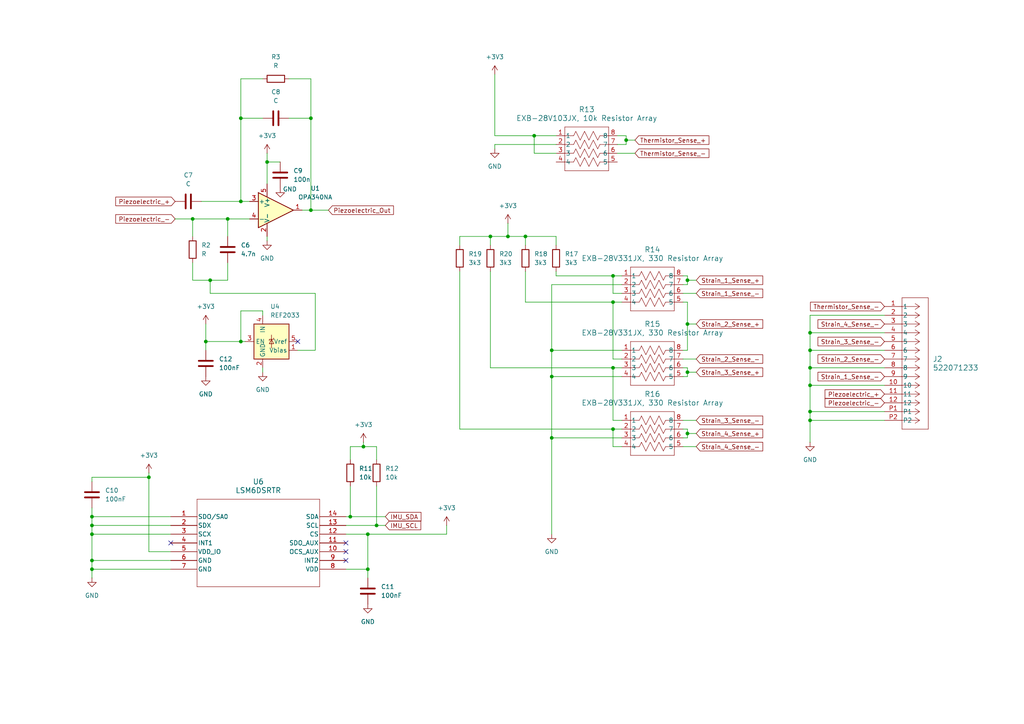
<source format=kicad_sch>
(kicad_sch (version 20231120) (generator "eeschema") (generator_version "8.0")
  (paper "A4")
  (lib_symbols
    (symbol "Amplifier_Operational:OPA340NA" (pin_names (offset 0.127))
      (property "Reference" "U" (at -1.27 6.35 0))
      (property "Value" "OPA340NA" (at -1.27 3.81 0))
      (symbol "OPA340NA_0_1"
        (polyline (pts (xy -5.08 5.08) (xy 5.08 0) (xy -5.08 -5.08) (xy -5.08 5.08)) (stroke (width 0.254)) (fill (type background)))
        (pin power_in line (at -2.54 -7.62 90) (length 3.81) (name "V-") (number "2"))
        (pin power_in line (at -2.54 7.62 270) (length 3.81) (name "V+") (number "5"))
      )
      (symbol "OPA340NA_1_1"
        (pin output line (at 7.62 0 180) (length 2.54) (name "~") (number "1"))
        (pin input line (at -7.62 2.54 0) (length 2.54) (name "+") (number "3"))
        (pin input line (at -7.62 -2.54 0) (length 2.54) (name "-") (number "4"))
      )
    )
    (symbol "Device:C" (pin_numbers hide) (pin_names (offset 0.254))
      (property "Reference" "C" (at 0.635 2.54 0))
      (property "Value" "C" (at 0.635 -2.54 0))
      (symbol "C_0_1"
        (polyline (pts (xy -2.032 -0.762) (xy 2.032 -0.762)) (stroke (width 0.508)))
        (polyline (pts (xy -2.032 0.762) (xy 2.032 0.762)) (stroke (width 0.508)))
      )
      (symbol "C_1_1"
        (pin passive line (at 0 3.81 270) (length 2.794) (name "~") (number "1"))
        (pin passive line (at 0 -3.81 90) (length 2.794) (name "~") (number "2"))
      )
    )
    (symbol "Device:R" (pin_numbers hide) (pin_names (offset 0))
      (property "Reference" "R" (at 2.032 0 90))
      (property "Value" "R" (at 0 0 90))
      (symbol "R_0_1"
        (rectangle (start -1.016 -2.54) (end 1.016 2.54) (stroke (width 0.254)))
      )
      (symbol "R_1_1"
        (pin passive line (at 0 3.81 270) (length 1.27) (name "~") (number "1"))
        (pin passive line (at 0 -3.81 90) (length 1.27) (name "~") (number "2"))
      )
    )
    (symbol "EXB-28V 0804 Resistor Array:EXB-28V103JX" (pin_names (offset 0.254))
      (property "Reference" "R" (at 8.382 9.144 0))
      (property "Value" "EXB-28V103JX" (at 8.89 5.588 0))
      (symbol "EXB-28V103JX_0_1"
        (polyline (pts (xy 2.54 -10.16) (xy 15.24 -10.16)) (stroke (width 0.127)))
        (polyline (pts (xy 2.54 -7.62) (xy 5.08 -7.62)) (stroke (width 0.127)))
        (polyline (pts (xy 2.54 -5.08) (xy 5.08 -5.08)) (stroke (width 0.127)))
        (polyline (pts (xy 2.54 -2.54) (xy 5.08 -2.54)) (stroke (width 0.127)))
        (polyline (pts (xy 2.54 0) (xy 5.08 0)) (stroke (width 0.127)))
        (polyline (pts (xy 2.54 2.54) (xy 2.54 -10.16)) (stroke (width 0.127)))
        (polyline (pts (xy 5.08 -7.62) (xy 5.715 -6.35)) (stroke (width 0.127)))
        (polyline (pts (xy 5.08 -5.08) (xy 5.715 -3.81)) (stroke (width 0.127)))
        (polyline (pts (xy 5.08 -2.54) (xy 5.715 -1.27)) (stroke (width 0.127)))
        (polyline (pts (xy 5.08 0) (xy 5.715 1.27)) (stroke (width 0.127)))
        (polyline (pts (xy 5.715 -6.35) (xy 6.985 -8.89)) (stroke (width 0.127)))
        (polyline (pts (xy 5.715 -3.81) (xy 6.985 -6.35)) (stroke (width 0.127)))
        (polyline (pts (xy 5.715 -1.27) (xy 6.985 -3.81)) (stroke (width 0.127)))
        (polyline (pts (xy 5.715 1.27) (xy 6.985 -1.27)) (stroke (width 0.127)))
        (polyline (pts (xy 6.985 -8.89) (xy 8.255 -6.35)) (stroke (width 0.127)))
        (polyline (pts (xy 6.985 -6.35) (xy 8.255 -3.81)) (stroke (width 0.127)))
        (polyline (pts (xy 6.985 -3.81) (xy 8.255 -1.27)) (stroke (width 0.127)))
        (polyline (pts (xy 6.985 -1.27) (xy 8.255 1.27)) (stroke (width 0.127)))
        (polyline (pts (xy 8.255 -6.35) (xy 9.525 -8.89)) (stroke (width 0.127)))
        (polyline (pts (xy 8.255 -3.81) (xy 9.525 -6.35)) (stroke (width 0.127)))
        (polyline (pts (xy 8.255 -1.27) (xy 9.525 -3.81)) (stroke (width 0.127)))
        (polyline (pts (xy 8.255 1.27) (xy 9.525 -1.27)) (stroke (width 0.127)))
        (polyline (pts (xy 9.525 -8.89) (xy 10.795 -6.35)) (stroke (width 0.127)))
        (polyline (pts (xy 9.525 -6.35) (xy 10.795 -3.81)) (stroke (width 0.127)))
        (polyline (pts (xy 9.525 -3.81) (xy 10.795 -1.27)) (stroke (width 0.127)))
        (polyline (pts (xy 9.525 -1.27) (xy 10.795 1.27)) (stroke (width 0.127)))
        (polyline (pts (xy 10.795 -6.35) (xy 12.065 -8.89)) (stroke (width 0.127)))
        (polyline (pts (xy 10.795 -3.81) (xy 12.065 -6.35)) (stroke (width 0.127)))
        (polyline (pts (xy 10.795 -1.27) (xy 12.065 -3.81)) (stroke (width 0.127)))
        (polyline (pts (xy 10.795 1.27) (xy 12.065 -1.27)) (stroke (width 0.127)))
        (polyline (pts (xy 12.065 -8.89) (xy 12.7 -7.62)) (stroke (width 0.127)))
        (polyline (pts (xy 12.065 -6.35) (xy 12.7 -5.08)) (stroke (width 0.127)))
        (polyline (pts (xy 12.065 -3.81) (xy 12.7 -2.54)) (stroke (width 0.127)))
        (polyline (pts (xy 12.065 -1.27) (xy 12.7 0)) (stroke (width 0.127)))
        (polyline (pts (xy 12.7 -7.62) (xy 15.24 -7.62)) (stroke (width 0.127)))
        (polyline (pts (xy 12.7 -5.08) (xy 15.24 -5.08)) (stroke (width 0.127)))
        (polyline (pts (xy 12.7 -2.54) (xy 15.24 -2.54)) (stroke (width 0.127)))
        (polyline (pts (xy 12.7 0) (xy 15.24 0)) (stroke (width 0.127)))
        (polyline (pts (xy 15.24 2.54) (xy 2.54 2.54)) (stroke (width 0.127)))
        (polyline (pts (xy 15.24 2.54) (xy 15.24 -10.16)) (stroke (width 0.127)))
        (pin unspecified line (at 0 0 0) (length 2.54) (name "1") (number "1"))
        (pin unspecified line (at 0 -2.54 0) (length 2.54) (name "2") (number "2"))
        (pin unspecified line (at 0 -5.08 0) (length 2.54) (name "3") (number "3"))
        (pin unspecified line (at 0 -7.62 0) (length 2.54) (name "4") (number "4"))
        (pin unspecified line (at 17.78 -7.62 180) (length 2.54) (name "5") (number "5"))
        (pin unspecified line (at 17.78 -5.08 180) (length 2.54) (name "6") (number "6"))
        (pin unspecified line (at 17.78 -2.54 180) (length 2.54) (name "7") (number "7"))
        (pin unspecified line (at 17.78 0 180) (length 2.54) (name "8") (number "8"))
      )
    )
    (symbol "LSM6DSR IMU:LSM6DSRTR" (pin_names (offset 0.254))
      (property "Reference" "U" (at 25.4 10.16 0))
      (property "Value" "LSM6DSRTR" (at 25.4 7.62 0))
      (symbol "LSM6DSRTR_0_1"
        (polyline (pts (xy 7.62 -20.32) (xy 43.18 -20.32)) (stroke (width 0.127)))
        (polyline (pts (xy 7.62 5.08) (xy 7.62 -20.32)) (stroke (width 0.127)))
        (polyline (pts (xy 43.18 -20.32) (xy 43.18 5.08)) (stroke (width 0.127)))
        (polyline (pts (xy 43.18 5.08) (xy 7.62 5.08)) (stroke (width 0.127)))
        (pin bidirectional line (at 0 0 0) (length 7.62) (name "SDO/SA0") (number "1"))
        (pin bidirectional line (at 50.8 -10.16 180) (length 7.62) (name "OCS_AUX") (number "10"))
        (pin bidirectional line (at 50.8 -7.62 180) (length 7.62) (name "SDO_AUX") (number "11"))
        (pin input line (at 50.8 -5.08 180) (length 7.62) (name "CS") (number "12"))
        (pin input line (at 50.8 -2.54 180) (length 7.62) (name "SCL") (number "13"))
        (pin bidirectional line (at 50.8 0 180) (length 7.62) (name "SDA") (number "14"))
        (pin bidirectional line (at 0 -2.54 0) (length 7.62) (name "SDX") (number "2"))
        (pin bidirectional line (at 0 -5.08 0) (length 7.62) (name "SCX") (number "3"))
        (pin output line (at 0 -7.62 0) (length 7.62) (name "INT1") (number "4"))
        (pin power_in line (at 0 -10.16 0) (length 7.62) (name "VDD_IO") (number "5"))
        (pin power_out line (at 0 -12.7 0) (length 7.62) (name "GND") (number "6"))
        (pin power_out line (at 0 -15.24 0) (length 7.62) (name "GND") (number "7"))
        (pin power_in line (at 50.8 -15.24 180) (length 7.62) (name "VDD") (number "8"))
        (pin output line (at 50.8 -12.7 180) (length 7.62) (name "INT2") (number "9"))
      )
    )
    (symbol "Reference_Voltage:REF2033"
      (property "Reference" "U?" (at 5.08 7.62 0))
      (property "Value" "REF2033" (at -2.54 7.62 0))
      (symbol "REF2033_0_1"
        (rectangle (start -5.08 5.08) (end 5.08 -5.08) (stroke (width 0.254)) (fill (type background)))
        (polyline (pts (xy 0 1.905) (xy 0 -1.905)))
        (polyline (pts (xy -0.635 -0.635) (xy 0.635 -0.635) (xy 0 0.635) (xy -0.635 -0.635)))
        (polyline (pts (xy 0.635 1.016) (xy 0.635 0.635) (xy -0.635 0.635) (xy -0.635 0.254)))
      )
      (symbol "REF2033_1_1"
        (pin output line (at 7.62 -2.54 180) (length 2.54) (name "Vbias") (number "1"))
        (pin power_in line (at -2.54 -7.62 90) (length 2.54) (name "GND") (number "2"))
        (pin input line (at -7.62 0 0) (length 2.54) (name "EN") (number "3"))
        (pin power_in line (at -2.54 7.62 270) (length 2.54) (name "IN") (number "4"))
        (pin output line (at 7.62 0 180) (length 2.54) (name "Vref") (number "5"))
      )
    )
    (symbol "Ribbon Cable Connector:522071233" (pin_names (offset 0.254))
      (property "Reference" "J" (at 8.89 6.35 0))
      (property "Value" "522071233" (at 0 0 0))
      (symbol "522071233_1_1"
        (polyline (pts (xy 5.08 -35.56) (xy 12.7 -35.56)) (stroke (width 0.127)))
        (polyline (pts (xy 5.08 2.54) (xy 5.08 -35.56)) (stroke (width 0.127)))
        (polyline (pts (xy 10.16 -33.02) (xy 5.08 -33.02)) (stroke (width 0.127)))
        (polyline (pts (xy 10.16 -33.02) (xy 8.89 -33.8667)) (stroke (width 0.127)))
        (polyline (pts (xy 10.16 -33.02) (xy 8.89 -32.1733)) (stroke (width 0.127)))
        (polyline (pts (xy 10.16 -30.48) (xy 5.08 -30.48)) (stroke (width 0.127)))
        (polyline (pts (xy 10.16 -30.48) (xy 8.89 -31.3267)) (stroke (width 0.127)))
        (polyline (pts (xy 10.16 -30.48) (xy 8.89 -29.6333)) (stroke (width 0.127)))
        (polyline (pts (xy 10.16 -27.94) (xy 5.08 -27.94)) (stroke (width 0.127)))
        (polyline (pts (xy 10.16 -27.94) (xy 8.89 -28.7867)) (stroke (width 0.127)))
        (polyline (pts (xy 10.16 -27.94) (xy 8.89 -27.0933)) (stroke (width 0.127)))
        (polyline (pts (xy 10.16 -25.4) (xy 5.08 -25.4)) (stroke (width 0.127)))
        (polyline (pts (xy 10.16 -25.4) (xy 8.89 -26.2467)) (stroke (width 0.127)))
        (polyline (pts (xy 10.16 -25.4) (xy 8.89 -24.5533)) (stroke (width 0.127)))
        (polyline (pts (xy 10.16 -22.86) (xy 5.08 -22.86)) (stroke (width 0.127)))
        (polyline (pts (xy 10.16 -22.86) (xy 8.89 -23.7067)) (stroke (width 0.127)))
        (polyline (pts (xy 10.16 -22.86) (xy 8.89 -22.0133)) (stroke (width 0.127)))
        (polyline (pts (xy 10.16 -20.32) (xy 5.08 -20.32)) (stroke (width 0.127)))
        (polyline (pts (xy 10.16 -20.32) (xy 8.89 -21.1667)) (stroke (width 0.127)))
        (polyline (pts (xy 10.16 -20.32) (xy 8.89 -19.4733)) (stroke (width 0.127)))
        (polyline (pts (xy 10.16 -17.78) (xy 5.08 -17.78)) (stroke (width 0.127)))
        (polyline (pts (xy 10.16 -17.78) (xy 8.89 -18.6267)) (stroke (width 0.127)))
        (polyline (pts (xy 10.16 -17.78) (xy 8.89 -16.9333)) (stroke (width 0.127)))
        (polyline (pts (xy 10.16 -15.24) (xy 5.08 -15.24)) (stroke (width 0.127)))
        (polyline (pts (xy 10.16 -15.24) (xy 8.89 -16.0867)) (stroke (width 0.127)))
        (polyline (pts (xy 10.16 -15.24) (xy 8.89 -14.3933)) (stroke (width 0.127)))
        (polyline (pts (xy 10.16 -12.7) (xy 5.08 -12.7)) (stroke (width 0.127)))
        (polyline (pts (xy 10.16 -12.7) (xy 8.89 -13.5467)) (stroke (width 0.127)))
        (polyline (pts (xy 10.16 -12.7) (xy 8.89 -11.8533)) (stroke (width 0.127)))
        (polyline (pts (xy 10.16 -10.16) (xy 5.08 -10.16)) (stroke (width 0.127)))
        (polyline (pts (xy 10.16 -10.16) (xy 8.89 -11.0067)) (stroke (width 0.127)))
        (polyline (pts (xy 10.16 -10.16) (xy 8.89 -9.3133)) (stroke (width 0.127)))
        (polyline (pts (xy 10.16 -7.62) (xy 5.08 -7.62)) (stroke (width 0.127)))
        (polyline (pts (xy 10.16 -7.62) (xy 8.89 -8.4667)) (stroke (width 0.127)))
        (polyline (pts (xy 10.16 -7.62) (xy 8.89 -6.7733)) (stroke (width 0.127)))
        (polyline (pts (xy 10.16 -5.08) (xy 5.08 -5.08)) (stroke (width 0.127)))
        (polyline (pts (xy 10.16 -5.08) (xy 8.89 -5.9267)) (stroke (width 0.127)))
        (polyline (pts (xy 10.16 -5.08) (xy 8.89 -4.2333)) (stroke (width 0.127)))
        (polyline (pts (xy 10.16 -2.54) (xy 5.08 -2.54)) (stroke (width 0.127)))
        (polyline (pts (xy 10.16 -2.54) (xy 8.89 -3.3867)) (stroke (width 0.127)))
        (polyline (pts (xy 10.16 -2.54) (xy 8.89 -1.6933)) (stroke (width 0.127)))
        (polyline (pts (xy 10.16 0) (xy 5.08 0)) (stroke (width 0.127)))
        (polyline (pts (xy 10.16 0) (xy 8.89 -0.8467)) (stroke (width 0.127)))
        (polyline (pts (xy 10.16 0) (xy 8.89 0.8467)) (stroke (width 0.127)))
        (polyline (pts (xy 12.7 -35.56) (xy 12.7 2.54)) (stroke (width 0.127)))
        (polyline (pts (xy 12.7 2.54) (xy 5.08 2.54)) (stroke (width 0.127)))
        (pin unspecified line (at 0 0 0) (length 5.08) (name "1") (number "1"))
        (pin unspecified line (at 0 -22.86 0) (length 5.08) (name "10") (number "10"))
        (pin unspecified line (at 0 -25.4 0) (length 5.08) (name "11") (number "11"))
        (pin unspecified line (at 0 -27.94 0) (length 5.08) (name "12") (number "12"))
        (pin unspecified line (at 0 -2.54 0) (length 5.08) (name "2") (number "2"))
        (pin unspecified line (at 0 -5.08 0) (length 5.08) (name "3") (number "3"))
        (pin unspecified line (at 0 -7.62 0) (length 5.08) (name "4") (number "4"))
        (pin unspecified line (at 0 -10.16 0) (length 5.08) (name "5") (number "5"))
        (pin unspecified line (at 0 -12.7 0) (length 5.08) (name "6") (number "6"))
        (pin unspecified line (at 0 -15.24 0) (length 5.08) (name "7") (number "7"))
        (pin unspecified line (at 0 -17.78 0) (length 5.08) (name "8") (number "8"))
        (pin unspecified line (at 0 -20.32 0) (length 5.08) (name "9") (number "9"))
        (pin unspecified line (at 0 -30.48 0) (length 5.08) (name "P1") (number "P1"))
        (pin unspecified line (at 0 -33.02 0) (length 5.08) (name "P2") (number "P2"))
      )
      (symbol "522071233_1_2"
        (polyline (pts (xy 5.08 -35.56) (xy 12.7 -35.56)) (stroke (width 0.127)))
        (polyline (pts (xy 5.08 2.54) (xy 5.08 -35.56)) (stroke (width 0.127)))
        (polyline (pts (xy 7.62 -33.02) (xy 5.08 -33.02)) (stroke (width 0.127)))
        (polyline (pts (xy 7.62 -33.02) (xy 8.89 -33.8667)) (stroke (width 0.127)))
        (polyline (pts (xy 7.62 -33.02) (xy 8.89 -32.1733)) (stroke (width 0.127)))
        (polyline (pts (xy 7.62 -30.48) (xy 5.08 -30.48)) (stroke (width 0.127)))
        (polyline (pts (xy 7.62 -30.48) (xy 8.89 -31.3267)) (stroke (width 0.127)))
        (polyline (pts (xy 7.62 -30.48) (xy 8.89 -29.6333)) (stroke (width 0.127)))
        (polyline (pts (xy 7.62 -27.94) (xy 5.08 -27.94)) (stroke (width 0.127)))
        (polyline (pts (xy 7.62 -27.94) (xy 8.89 -28.7867)) (stroke (width 0.127)))
        (polyline (pts (xy 7.62 -27.94) (xy 8.89 -27.0933)) (stroke (width 0.127)))
        (polyline (pts (xy 7.62 -25.4) (xy 5.08 -25.4)) (stroke (width 0.127)))
        (polyline (pts (xy 7.62 -25.4) (xy 8.89 -26.2467)) (stroke (width 0.127)))
        (polyline (pts (xy 7.62 -25.4) (xy 8.89 -24.5533)) (stroke (width 0.127)))
        (polyline (pts (xy 7.62 -22.86) (xy 5.08 -22.86)) (stroke (width 0.127)))
        (polyline (pts (xy 7.62 -22.86) (xy 8.89 -23.7067)) (stroke (width 0.127)))
        (polyline (pts (xy 7.62 -22.86) (xy 8.89 -22.0133)) (stroke (width 0.127)))
        (polyline (pts (xy 7.62 -20.32) (xy 5.08 -20.32)) (stroke (width 0.127)))
        (polyline (pts (xy 7.62 -20.32) (xy 8.89 -21.1667)) (stroke (width 0.127)))
        (polyline (pts (xy 7.62 -20.32) (xy 8.89 -19.4733)) (stroke (width 0.127)))
        (polyline (pts (xy 7.62 -17.78) (xy 5.08 -17.78)) (stroke (width 0.127)))
        (polyline (pts (xy 7.62 -17.78) (xy 8.89 -18.6267)) (stroke (width 0.127)))
        (polyline (pts (xy 7.62 -17.78) (xy 8.89 -16.9333)) (stroke (width 0.127)))
        (polyline (pts (xy 7.62 -15.24) (xy 5.08 -15.24)) (stroke (width 0.127)))
        (polyline (pts (xy 7.62 -15.24) (xy 8.89 -16.0867)) (stroke (width 0.127)))
        (polyline (pts (xy 7.62 -15.24) (xy 8.89 -14.3933)) (stroke (width 0.127)))
        (polyline (pts (xy 7.62 -12.7) (xy 5.08 -12.7)) (stroke (width 0.127)))
        (polyline (pts (xy 7.62 -12.7) (xy 8.89 -13.5467)) (stroke (width 0.127)))
        (polyline (pts (xy 7.62 -12.7) (xy 8.89 -11.8533)) (stroke (width 0.127)))
        (polyline (pts (xy 7.62 -10.16) (xy 5.08 -10.16)) (stroke (width 0.127)))
        (polyline (pts (xy 7.62 -10.16) (xy 8.89 -11.0067)) (stroke (width 0.127)))
        (polyline (pts (xy 7.62 -10.16) (xy 8.89 -9.3133)) (stroke (width 0.127)))
        (polyline (pts (xy 7.62 -7.62) (xy 5.08 -7.62)) (stroke (width 0.127)))
        (polyline (pts (xy 7.62 -7.62) (xy 8.89 -8.4667)) (stroke (width 0.127)))
        (polyline (pts (xy 7.62 -7.62) (xy 8.89 -6.7733)) (stroke (width 0.127)))
        (polyline (pts (xy 7.62 -5.08) (xy 5.08 -5.08)) (stroke (width 0.127)))
        (polyline (pts (xy 7.62 -5.08) (xy 8.89 -5.9267)) (stroke (width 0.127)))
        (polyline (pts (xy 7.62 -5.08) (xy 8.89 -4.2333)) (stroke (width 0.127)))
        (polyline (pts (xy 7.62 -2.54) (xy 5.08 -2.54)) (stroke (width 0.127)))
        (polyline (pts (xy 7.62 -2.54) (xy 8.89 -3.3867)) (stroke (width 0.127)))
        (polyline (pts (xy 7.62 -2.54) (xy 8.89 -1.6933)) (stroke (width 0.127)))
        (polyline (pts (xy 7.62 0) (xy 5.08 0)) (stroke (width 0.127)))
        (polyline (pts (xy 7.62 0) (xy 8.89 -0.8467)) (stroke (width 0.127)))
        (polyline (pts (xy 7.62 0) (xy 8.89 0.8467)) (stroke (width 0.127)))
        (polyline (pts (xy 12.7 -35.56) (xy 12.7 2.54)) (stroke (width 0.127)))
        (polyline (pts (xy 12.7 2.54) (xy 5.08 2.54)) (stroke (width 0.127)))
        (pin unspecified line (at 0 0 0) (length 5.08) (name "1") (number "1"))
        (pin unspecified line (at 0 -22.86 0) (length 5.08) (name "10") (number "10"))
        (pin unspecified line (at 0 -25.4 0) (length 5.08) (name "11") (number "11"))
        (pin unspecified line (at 0 -27.94 0) (length 5.08) (name "12") (number "12"))
        (pin unspecified line (at 0 -2.54 0) (length 5.08) (name "2") (number "2"))
        (pin unspecified line (at 0 -5.08 0) (length 5.08) (name "3") (number "3"))
        (pin unspecified line (at 0 -7.62 0) (length 5.08) (name "4") (number "4"))
        (pin unspecified line (at 0 -10.16 0) (length 5.08) (name "5") (number "5"))
        (pin unspecified line (at 0 -12.7 0) (length 5.08) (name "6") (number "6"))
        (pin unspecified line (at 0 -15.24 0) (length 5.08) (name "7") (number "7"))
        (pin unspecified line (at 0 -17.78 0) (length 5.08) (name "8") (number "8"))
        (pin unspecified line (at 0 -20.32 0) (length 5.08) (name "9") (number "9"))
        (pin unspecified line (at 0 -30.48 0) (length 5.08) (name "P1") (number "P1"))
        (pin unspecified line (at 0 -33.02 0) (length 5.08) (name "P2") (number "P2"))
      )
    )
    (symbol "power:+3V3" (power) (pin_numbers hide) (pin_names (offset 0) hide)
      (property "Value" "+3V3" (at 0 3.556 0))
      (symbol "+3V3_0_1"
        (polyline (pts (xy -0.762 1.27) (xy 0 2.54)))
        (polyline (pts (xy 0 0) (xy 0 2.54)))
        (polyline (pts (xy 0 2.54) (xy 0.762 1.27)))
      )
      (symbol "+3V3_1_1"
        (pin power_in line (at 0 0 90) (length 0) (name "~") (number "1"))
      )
    )
    (symbol "power:GND" (power) (pin_numbers hide) (pin_names (offset 0) hide)
      (property "Value" "GND" (at 0 -3.81 0))
      (symbol "GND_0_1"
        (polyline (pts (xy 0 0) (xy 0 -1.27) (xy 1.27 -1.27) (xy 0 -2.54) (xy -1.27 -1.27) (xy 0 -1.27)))
      )
      (symbol "GND_1_1"
        (pin power_in line (at 0 0 270) (length 0) (name "~") (number "1"))
      )
    )
  )
  (junction (at 177.8 106.68))
  (junction (at 26.67 152.4))
  (junction (at 160.02 127))
  (junction (at 26.67 162.56))
  (junction (at 90.17 34.29))
  (junction (at 234.95 119.38))
  (junction (at 154.94 39.37))
  (junction (at 66.04 63.5))
  (junction (at 234.95 121.92))
  (junction (at 101.6 149.86))
  (junction (at 69.85 34.29))
  (junction (at 147.32 68.58))
  (junction (at 199.39 93.98))
  (junction (at 199.39 125.73))
  (junction (at 234.95 106.68))
  (junction (at 26.67 149.86))
  (junction (at 106.68 154.94))
  (junction (at 69.85 58.42))
  (junction (at 55.88 63.5))
  (junction (at 60.96 81.28))
  (junction (at 106.68 165.1))
  (junction (at 69.85 99.06))
  (junction (at 160.02 101.6))
  (junction (at 26.67 165.1))
  (junction (at 109.22 152.4))
  (junction (at 90.17 60.96))
  (junction (at 77.47 46.99))
  (junction (at 160.02 109.22))
  (junction (at 26.67 154.94))
  (junction (at 177.8 87.63))
  (junction (at 199.39 107.95))
  (junction (at 181.61 40.64))
  (junction (at 234.95 111.76))
  (junction (at 234.95 101.6))
  (junction (at 234.95 96.52))
  (junction (at 142.24 68.58))
  (junction (at 59.69 99.06))
  (junction (at 152.4 68.58))
  (junction (at 177.8 124.46))
  (junction (at 43.18 138.43))
  (junction (at 177.8 80.01))
  (junction (at 105.41 129.54))
  (junction (at 199.39 81.28))
  (no_connect (at 100.33 162.56))
  (no_connect (at 49.53 157.48))
  (no_connect (at 100.33 157.48))
  (no_connect (at 100.33 160.02))
  (no_connect (at 86.36 99.06))
  (wire (pts (xy 55.88 81.28) (xy 55.88 76.2)))
  (wire (pts (xy 77.47 46.99) (xy 77.47 53.34)))
  (wire (pts (xy 106.68 165.1) (xy 100.33 165.1)))
  (wire (pts (xy 199.39 109.22) (xy 198.12 109.22)))
  (wire (pts (xy 66.04 63.5) (xy 72.39 63.5)))
  (wire (pts (xy 180.34 82.55) (xy 160.02 82.55)))
  (wire (pts (xy 69.85 99.06) (xy 69.85 90.17)))
  (wire (pts (xy 77.47 46.99) (xy 81.28 46.99)))
  (wire (pts (xy 198.12 85.09) (xy 201.93 85.09)))
  (wire (pts (xy 180.34 121.92) (xy 177.8 121.92)))
  (wire (pts (xy 106.68 154.94) (xy 106.68 165.1)))
  (wire (pts (xy 76.2 22.86) (xy 69.85 22.86)))
  (wire (pts (xy 101.6 129.54) (xy 105.41 129.54)))
  (wire (pts (xy 90.17 60.96) (xy 87.63 60.96)))
  (wire (pts (xy 199.39 124.46) (xy 199.39 125.73)))
  (wire (pts (xy 161.29 80.01) (xy 177.8 80.01)))
  (wire (pts (xy 198.12 82.55) (xy 199.39 82.55)))
  (wire (pts (xy 143.51 41.91) (xy 143.51 43.18)))
  (wire (pts (xy 101.6 133.35) (xy 101.6 129.54)))
  (wire (pts (xy 91.44 85.09) (xy 60.96 85.09)))
  (wire (pts (xy 49.53 162.56) (xy 26.67 162.56)))
  (wire (pts (xy 109.22 129.54) (xy 105.41 129.54)))
  (wire (pts (xy 201.93 121.92) (xy 198.12 121.92)))
  (wire (pts (xy 86.36 101.6) (xy 91.44 101.6)))
  (wire (pts (xy 66.04 76.2) (xy 66.04 81.28)))
  (wire (pts (xy 147.32 68.58) (xy 152.4 68.58)))
  (wire (pts (xy 160.02 127) (xy 160.02 154.94)))
  (wire (pts (xy 26.67 138.43) (xy 43.18 138.43)))
  (wire (pts (xy 76.2 34.29) (xy 69.85 34.29)))
  (wire (pts (xy 160.02 101.6) (xy 180.34 101.6)))
  (wire (pts (xy 152.4 87.63) (xy 152.4 78.74)))
  (wire (pts (xy 152.4 71.12) (xy 152.4 68.58)))
  (wire (pts (xy 160.02 109.22) (xy 180.34 109.22)))
  (wire (pts (xy 152.4 87.63) (xy 177.8 87.63)))
  (wire (pts (xy 69.85 58.42) (xy 72.39 58.42)))
  (wire (pts (xy 234.95 101.6) (xy 234.95 96.52)))
  (wire (pts (xy 177.8 121.92) (xy 177.8 106.68)))
  (wire (pts (xy 76.2 90.17) (xy 76.2 91.44)))
  (wire (pts (xy 199.39 87.63) (xy 199.39 93.98)))
  (wire (pts (xy 26.67 152.4) (xy 49.53 152.4)))
  (wire (pts (xy 71.12 99.06) (xy 69.85 99.06)))
  (wire (pts (xy 199.39 107.95) (xy 201.93 107.95)))
  (wire (pts (xy 179.07 39.37) (xy 181.61 39.37)))
  (wire (pts (xy 133.35 124.46) (xy 177.8 124.46)))
  (wire (pts (xy 26.67 147.32) (xy 26.67 149.86)))
  (wire (pts (xy 55.88 63.5) (xy 66.04 63.5)))
  (wire (pts (xy 26.67 138.43) (xy 26.67 139.7)))
  (wire (pts (xy 77.47 69.85) (xy 77.47 68.58)))
  (wire (pts (xy 59.69 99.06) (xy 69.85 99.06)))
  (wire (pts (xy 199.39 106.68) (xy 199.39 107.95)))
  (wire (pts (xy 109.22 152.4) (xy 100.33 152.4)))
  (wire (pts (xy 50.8 63.5) (xy 55.88 63.5)))
  (wire (pts (xy 106.68 167.64) (xy 106.68 165.1)))
  (wire (pts (xy 69.85 22.86) (xy 69.85 34.29)))
  (wire (pts (xy 234.95 111.76) (xy 234.95 119.38)))
  (wire (pts (xy 142.24 71.12) (xy 142.24 68.58)))
  (wire (pts (xy 101.6 140.97) (xy 101.6 149.86)))
  (wire (pts (xy 26.67 154.94) (xy 26.67 162.56)))
  (wire (pts (xy 69.85 34.29) (xy 69.85 58.42)))
  (wire (pts (xy 77.47 44.45) (xy 77.47 46.99)))
  (wire (pts (xy 234.95 106.68) (xy 256.54 106.68)))
  (wire (pts (xy 43.18 137.16) (xy 43.18 138.43)))
  (wire (pts (xy 100.33 154.94) (xy 106.68 154.94)))
  (wire (pts (xy 198.12 80.01) (xy 199.39 80.01)))
  (wire (pts (xy 234.95 121.92) (xy 256.54 121.92)))
  (wire (pts (xy 43.18 138.43) (xy 43.18 160.02)))
  (wire (pts (xy 26.67 152.4) (xy 26.67 154.94)))
  (wire (pts (xy 69.85 90.17) (xy 76.2 90.17)))
  (wire (pts (xy 105.41 128.27) (xy 105.41 129.54)))
  (wire (pts (xy 234.95 91.44) (xy 256.54 91.44)))
  (wire (pts (xy 234.95 96.52) (xy 234.95 91.44)))
  (wire (pts (xy 154.94 39.37) (xy 161.29 39.37)))
  (wire (pts (xy 199.39 101.6) (xy 199.39 93.98)))
  (wire (pts (xy 160.02 82.55) (xy 160.02 101.6)))
  (wire (pts (xy 199.39 81.28) (xy 201.93 81.28)))
  (wire (pts (xy 26.67 165.1) (xy 26.67 167.64)))
  (wire (pts (xy 59.69 101.6) (xy 59.69 99.06)))
  (wire (pts (xy 177.8 104.14) (xy 177.8 87.63)))
  (wire (pts (xy 234.95 96.52) (xy 256.54 96.52)))
  (wire (pts (xy 234.95 121.92) (xy 234.95 128.27)))
  (wire (pts (xy 181.61 39.37) (xy 181.61 40.64)))
  (wire (pts (xy 199.39 107.95) (xy 199.39 109.22)))
  (wire (pts (xy 199.39 87.63) (xy 198.12 87.63)))
  (wire (pts (xy 199.39 125.73) (xy 201.93 125.73)))
  (wire (pts (xy 234.95 106.68) (xy 234.95 101.6)))
  (wire (pts (xy 101.6 149.86) (xy 100.33 149.86)))
  (wire (pts (xy 26.67 149.86) (xy 26.67 152.4)))
  (wire (pts (xy 129.54 152.4) (xy 129.54 154.94)))
  (wire (pts (xy 161.29 68.58) (xy 152.4 68.58)))
  (wire (pts (xy 177.8 87.63) (xy 180.34 87.63)))
  (wire (pts (xy 83.82 34.29) (xy 90.17 34.29)))
  (wire (pts (xy 26.67 154.94) (xy 49.53 154.94)))
  (wire (pts (xy 179.07 41.91) (xy 181.61 41.91)))
  (wire (pts (xy 161.29 41.91) (xy 143.51 41.91)))
  (wire (pts (xy 58.42 58.42) (xy 69.85 58.42)))
  (wire (pts (xy 180.34 129.54) (xy 177.8 129.54)))
  (wire (pts (xy 179.07 44.45) (xy 184.15 44.45)))
  (wire (pts (xy 160.02 109.22) (xy 160.02 127)))
  (wire (pts (xy 161.29 71.12) (xy 161.29 68.58)))
  (wire (pts (xy 198.12 124.46) (xy 199.39 124.46)))
  (wire (pts (xy 109.22 140.97) (xy 109.22 152.4)))
  (wire (pts (xy 142.24 106.68) (xy 177.8 106.68)))
  (wire (pts (xy 49.53 160.02) (xy 43.18 160.02)))
  (wire (pts (xy 198.12 106.68) (xy 199.39 106.68)))
  (wire (pts (xy 133.35 68.58) (xy 142.24 68.58)))
  (wire (pts (xy 147.32 68.58) (xy 147.32 64.77)))
  (wire (pts (xy 234.95 119.38) (xy 234.95 121.92)))
  (wire (pts (xy 76.2 107.95) (xy 76.2 106.68)))
  (wire (pts (xy 142.24 78.74) (xy 142.24 106.68)))
  (wire (pts (xy 234.95 111.76) (xy 256.54 111.76)))
  (wire (pts (xy 90.17 34.29) (xy 90.17 60.96)))
  (wire (pts (xy 60.96 81.28) (xy 66.04 81.28)))
  (wire (pts (xy 55.88 81.28) (xy 60.96 81.28)))
  (wire (pts (xy 199.39 80.01) (xy 199.39 81.28)))
  (wire (pts (xy 111.76 149.86) (xy 101.6 149.86)))
  (wire (pts (xy 177.8 129.54) (xy 177.8 124.46)))
  (wire (pts (xy 133.35 78.74) (xy 133.35 124.46)))
  (wire (pts (xy 55.88 63.5) (xy 55.88 68.58)))
  (wire (pts (xy 83.82 22.86) (xy 90.17 22.86)))
  (wire (pts (xy 199.39 125.73) (xy 199.39 127)))
  (wire (pts (xy 49.53 165.1) (xy 26.67 165.1)))
  (wire (pts (xy 160.02 101.6) (xy 160.02 109.22)))
  (wire (pts (xy 201.93 104.14) (xy 198.12 104.14)))
  (wire (pts (xy 66.04 68.58) (xy 66.04 63.5)))
  (wire (pts (xy 111.76 152.4) (xy 109.22 152.4)))
  (wire (pts (xy 161.29 78.74) (xy 161.29 80.01)))
  (wire (pts (xy 201.93 129.54) (xy 198.12 129.54)))
  (wire (pts (xy 109.22 133.35) (xy 109.22 129.54)))
  (wire (pts (xy 199.39 81.28) (xy 199.39 82.55)))
  (wire (pts (xy 177.8 80.01) (xy 180.34 80.01)))
  (wire (pts (xy 26.67 162.56) (xy 26.67 165.1)))
  (wire (pts (xy 133.35 71.12) (xy 133.35 68.58)))
  (wire (pts (xy 180.34 104.14) (xy 177.8 104.14)))
  (wire (pts (xy 90.17 22.86) (xy 90.17 34.29)))
  (wire (pts (xy 177.8 85.09) (xy 177.8 80.01)))
  (wire (pts (xy 143.51 39.37) (xy 154.94 39.37)))
  (wire (pts (xy 91.44 101.6) (xy 91.44 85.09)))
  (wire (pts (xy 198.12 127) (xy 199.39 127)))
  (wire (pts (xy 143.51 21.59) (xy 143.51 39.37)))
  (wire (pts (xy 234.95 101.6) (xy 256.54 101.6)))
  (wire (pts (xy 142.24 68.58) (xy 147.32 68.58)))
  (wire (pts (xy 181.61 40.64) (xy 184.15 40.64)))
  (wire (pts (xy 180.34 85.09) (xy 177.8 85.09)))
  (wire (pts (xy 26.67 149.86) (xy 49.53 149.86)))
  (wire (pts (xy 177.8 124.46) (xy 180.34 124.46)))
  (wire (pts (xy 160.02 127) (xy 180.34 127)))
  (wire (pts (xy 154.94 44.45) (xy 154.94 39.37)))
  (wire (pts (xy 161.29 44.45) (xy 154.94 44.45)))
  (wire (pts (xy 201.93 93.98) (xy 199.39 93.98)))
  (wire (pts (xy 234.95 119.38) (xy 256.54 119.38)))
  (wire (pts (xy 198.12 101.6) (xy 199.39 101.6)))
  (wire (pts (xy 106.68 154.94) (xy 129.54 154.94)))
  (wire (pts (xy 234.95 111.76) (xy 234.95 106.68)))
  (wire (pts (xy 177.8 106.68) (xy 180.34 106.68)))
  (wire (pts (xy 90.17 60.96) (xy 95.25 60.96)))
  (wire (pts (xy 60.96 85.09) (xy 60.96 81.28)))
  (wire (pts (xy 59.69 93.98) (xy 59.69 99.06)))
  (wire (pts (xy 181.61 40.64) (xy 181.61 41.91)))
  (global_label "Strain_2_Sense_-" (shape input) (at 201.93 104.14 0) (property "Intersheetrefs" "${INTERSHEET_REFS}" (effects (hide yes))))
  (global_label "Strain_2_Sense_-" (shape input) (at 256.54 104.14 180) (property "Intersheetrefs" "${INTERSHEET_REFS}" (effects (hide yes))))
  (global_label "Piezoelectric_-" (shape input) (at 50.8 63.5 180) (property "Intersheetrefs" "${INTERSHEET_REFS}" (effects (hide yes))))
  (global_label "Strain_1_Sense_-" (shape input) (at 201.93 85.09 0) (property "Intersheetrefs" "${INTERSHEET_REFS}" (effects (hide yes))))
  (global_label "Strain_3_Sense_-" (shape input) (at 201.93 121.92 0) (property "Intersheetrefs" "${INTERSHEET_REFS}" (effects (hide yes))))
  (global_label "IMU_SDA" (shape input) (at 111.76 149.86 0) (property "Intersheetrefs" "${INTERSHEET_REFS}" (effects (hide yes))))
  (global_label "IMU_SCL" (shape input) (at 111.76 152.4 0) (property "Intersheetrefs" "${INTERSHEET_REFS}" (effects (hide yes))))
  (global_label "Thermistor_Sense_-" (shape input) (at 256.54 88.9 180) (property "Intersheetrefs" "${INTERSHEET_REFS}" (effects (hide yes))))
  (global_label "Piezoelectric_+" (shape input) (at 256.54 114.3 180) (property "Intersheetrefs" "${INTERSHEET_REFS}" (effects (hide yes))))
  (global_label "Piezoelectric_+" (shape input) (at 50.8 58.42 180) (property "Intersheetrefs" "${INTERSHEET_REFS}" (effects (hide yes))))
  (global_label "Piezoelectric_-" (shape input) (at 256.54 116.84 180) (property "Intersheetrefs" "${INTERSHEET_REFS}" (effects (hide yes))))
  (global_label "Strain_1_Sense_+" (shape input) (at 201.93 81.28 0) (property "Intersheetrefs" "${INTERSHEET_REFS}" (effects (hide yes))))
  (global_label "Thermistor_Sense_-" (shape input) (at 184.15 44.45 0) (property "Intersheetrefs" "${INTERSHEET_REFS}" (effects (hide yes))))
  (global_label "Strain_3_Sense_+" (shape input) (at 201.93 107.95 0) (property "Intersheetrefs" "${INTERSHEET_REFS}" (effects (hide yes))))
  (global_label "Strain_4_Sense_-" (shape input) (at 256.54 93.98 180) (property "Intersheetrefs" "${INTERSHEET_REFS}" (effects (hide yes))))
  (global_label "Strain_2_Sense_+" (shape input) (at 201.93 93.98 0) (property "Intersheetrefs" "${INTERSHEET_REFS}" (effects (hide yes))))
  (global_label "Strain_4_Sense_+" (shape input) (at 201.93 125.73 0) (property "Intersheetrefs" "${INTERSHEET_REFS}" (effects (hide yes))))
  (global_label "Piezoelectric_Out" (shape input) (at 95.25 60.96 0) (property "Intersheetrefs" "${INTERSHEET_REFS}" (effects (hide yes))))
  (global_label "Thermistor_Sense_+" (shape input) (at 184.15 40.64 0) (property "Intersheetrefs" "${INTERSHEET_REFS}" (effects (hide yes))))
  (global_label "Strain_4_Sense_-" (shape input) (at 201.93 129.54 0) (property "Intersheetrefs" "${INTERSHEET_REFS}" (effects (hide yes))))
  (global_label "Strain_3_Sense_-" (shape input) (at 256.54 99.06 180) (property "Intersheetrefs" "${INTERSHEET_REFS}" (effects (hide yes))))
  (global_label "Strain_1_Sense_-" (shape input) (at 256.54 109.22 180) (property "Intersheetrefs" "${INTERSHEET_REFS}" (effects (hide yes))))
  (symbol (lib_id "power:GND") (at 59.69 109.22 0) (unit 1)
    (property "Reference" "#PWR036" (effects (hide yes)))
    (property "Value" "GND" (at 59.69 114.3 0))
    (property "Description" "Power symbol creates a global label with name \"GND\" , ground" (effects (hide yes)))
  )
  (symbol (lib_id "Device:R") (at 142.24 74.93 0) (unit 1)
    (property "Reference" "R20" (at 144.78 73.6599 0) (effects (justify left)))
    (property "Value" "3k3" (at 144.78 76.1999 0) (effects (justify left)))
    (property "Footprint" "Resistor_SMD:R_0402_1005Metric_Pad0.72x0.64mm_HandSolder" (effects (hide yes)))
    (property "Description" "Resistor" (effects (hide yes)))
  )
  (symbol (lib_id "Device:C") (at 80.01 34.29 90) (unit 1)
    (property "Reference" "C8" (at 80.01 26.67 90))
    (property "Value" "C" (at 80.01 29.21 90))
    (property "Footprint" "Capacitor_SMD:C_0402_1005Metric_Pad0.74x0.62mm_HandSolder" (effects (hide yes)))
    (property "Description" "Unpolarized capacitor" (effects (hide yes)))
  )
  (symbol (lib_id "power:GND") (at 234.95 128.27 0) (unit 1)
    (property "Reference" "#PWR048" (effects (hide yes)))
    (property "Value" "GND" (at 234.95 133.35 0))
    (property "Description" "Power symbol creates a global label with name \"GND\" , ground" (effects (hide yes)))
  )
  (symbol (lib_id "power:+3V3") (at 143.51 21.59 0) (unit 1)
    (property "Reference" "#PWR038" (effects (hide yes)))
    (property "Value" "+3V3" (at 143.51 16.51 0))
    (property "Description" "Power symbol creates a global label with name \"+3V3\"" (effects (hide yes)))
  )
  (symbol (lib_id "power:GND") (at 143.51 43.18 0) (unit 1)
    (property "Reference" "#PWR039" (effects (hide yes)))
    (property "Value" "GND" (at 143.51 48.26 0))
    (property "Description" "Power symbol creates a global label with name \"GND\" , ground" (effects (hide yes)))
  )
  (symbol (lib_id "Device:R") (at 161.29 74.93 0) (unit 1)
    (property "Reference" "R17" (at 163.83 73.6599 0) (effects (justify left)))
    (property "Value" "3k3" (at 163.83 76.1999 0) (effects (justify left)))
    (property "Footprint" "Resistor_SMD:R_0402_1005Metric_Pad0.72x0.64mm_HandSolder" (effects (hide yes)))
    (property "Description" "Resistor" (effects (hide yes)))
  )
  (symbol (lib_id "power:GND") (at 106.68 175.26 0) (unit 1)
    (property "Reference" "#PWR034" (effects (hide yes)))
    (property "Value" "GND" (at 106.68 180.34 0))
    (property "Description" "Power symbol creates a global label with name \"GND\" , ground" (effects (hide yes)))
  )
  (symbol (lib_id "Ribbon Cable Connector:522071233") (at 256.54 88.9 0) (unit 1)
    (property "Reference" "J2" (at 270.51 104.1399 0) (effects (font (size 1.524 1.524)) (justify left)))
    (property "Value" "522071233" (at 270.51 106.6799 0) (effects (font (size 1.524 1.524)) (justify left)))
    (property "Footprint" "Ribbon Cable Connector:CON_522071233_MOL" (effects (hide yes)))
    (property "Datasheet" "522071233" (effects (hide yes)))
  )
  (symbol (lib_id "Device:R") (at 101.6 137.16 0) (unit 1)
    (property "Reference" "R11" (at 104.14 135.8899 0) (effects (justify left)))
    (property "Value" "10k" (at 104.14 138.4299 0) (effects (justify left)))
    (property "Footprint" "Resistor_SMD:R_0402_1005Metric_Pad0.72x0.64mm_HandSolder" (effects (hide yes)))
    (property "Description" "Resistor" (effects (hide yes)))
  )
  (symbol (lib_id "EXB-28V 0804 Resistor Array:EXB-28V103JX") (at 161.29 39.37 0) (unit 1)
    (property "Reference" "R13" (at 170.18 31.75 0) (effects (font (size 1.524 1.524))))
    (property "Value" "EXB-28V103JX, 10k Resistor Array" (at 170.18 34.29 0) (effects (font (size 1.524 1.524))))
    (property "Footprint" "EXB-28V 0804 Resistor Array:EXB28V_PAN" (effects (hide yes)))
    (property "Datasheet" "EXB-28V103JX" (effects (hide yes)))
  )
  (symbol (lib_id "power:GND") (at 77.47 69.85 0) (unit 1)
    (property "Reference" "#PWR028" (effects (hide yes)))
    (property "Value" "GND" (at 77.47 74.93 0))
    (property "Description" "Power symbol creates a global label with name \"GND\" , ground" (effects (hide yes)))
  )
  (symbol (lib_id "Device:R") (at 152.4 74.93 0) (unit 1)
    (property "Reference" "R18" (at 154.94 73.6599 0) (effects (justify left)))
    (property "Value" "3k3" (at 154.94 76.1999 0) (effects (justify left)))
    (property "Footprint" "Resistor_SMD:R_0402_1005Metric_Pad0.72x0.64mm_HandSolder" (effects (hide yes)))
    (property "Description" "Resistor" (effects (hide yes)))
  )
  (symbol (lib_id "Device:R") (at 109.22 137.16 0) (unit 1)
    (property "Reference" "R12" (at 111.76 135.8899 0) (effects (justify left)))
    (property "Value" "10k" (at 111.76 138.4299 0) (effects (justify left)))
    (property "Footprint" "Resistor_SMD:R_0402_1005Metric_Pad0.72x0.64mm_HandSolder" (effects (hide yes)))
    (property "Description" "Resistor" (effects (hide yes)))
  )
  (symbol (lib_id "Device:C") (at 81.28 50.8 0) (unit 1)
    (property "Reference" "C9" (at 85.09 49.5299 0) (effects (justify left)))
    (property "Value" "100n" (at 85.09 52.0699 0) (effects (justify left)))
    (property "Footprint" "Capacitor_SMD:C_0402_1005Metric_Pad0.74x0.62mm_HandSolder" (effects (hide yes)))
    (property "Description" "Unpolarized capacitor" (effects (hide yes)))
  )
  (symbol (lib_id "Device:C") (at 54.61 58.42 90) (unit 1)
    (property "Reference" "C7" (at 54.61 50.8 90))
    (property "Value" "C" (at 54.61 53.34 90))
    (property "Footprint" "Capacitor_SMD:C_0402_1005Metric_Pad0.74x0.62mm_HandSolder" (effects (hide yes)))
    (property "Description" "Unpolarized capacitor" (effects (hide yes)))
  )
  (symbol (lib_id "Amplifier_Operational:OPA340NA") (at 80.01 60.96 0) (unit 1)
    (property "Reference" "U1" (at 91.44 54.6414 0))
    (property "Value" "OPA340NA" (at 91.44 57.1814 0))
    (property "Footprint" "Package_TO_SOT_SMD:SOT-23-5" (effects (hide yes)))
    (property "Datasheet" "http://www.ti.com/lit/ds/symlink/opa340.pdf" (effects (hide yes)))
    (property "Description" "Single Single-Supply, Rail-to-Rail Operational Amplifier, MicroAmplifier Series, SOT-23-5" (effects (hide yes)))
  )
  (symbol (lib_id "power:+3V3") (at 43.18 137.16 0) (unit 1)
    (property "Reference" "#PWR033" (effects (hide yes)))
    (property "Value" "+3V3" (at 43.18 132.08 0))
    (property "Description" "Power symbol creates a global label with name \"+3V3\"" (effects (hide yes)))
  )
  (symbol (lib_id "Device:R") (at 55.88 72.39 0) (unit 1)
    (property "Reference" "R2" (at 58.42 71.1199 0) (effects (justify left)))
    (property "Value" "R" (at 58.42 73.6599 0) (effects (justify left)))
    (property "Footprint" "Resistor_SMD:R_0402_1005Metric_Pad0.72x0.64mm_HandSolder" (effects (hide yes)))
    (property "Description" "Resistor" (effects (hide yes)))
  )
  (symbol (lib_id "Device:R") (at 133.35 74.93 0) (unit 1)
    (property "Reference" "R19" (at 135.89 73.6599 0) (effects (justify left)))
    (property "Value" "3k3" (at 135.89 76.1999 0) (effects (justify left)))
    (property "Footprint" "Resistor_SMD:R_0402_1005Metric_Pad0.72x0.64mm_HandSolder" (effects (hide yes)))
    (property "Description" "Resistor" (effects (hide yes)))
  )
  (symbol (lib_id "power:GND") (at 26.67 167.64 0) (unit 1)
    (property "Reference" "#PWR032" (effects (hide yes)))
    (property "Value" "GND" (at 26.67 172.72 0))
    (property "Description" "Power symbol creates a global label with name \"GND\" , ground" (effects (hide yes)))
  )
  (symbol (lib_id "power:+3V3") (at 129.54 152.4 0) (unit 1)
    (property "Reference" "#PWR035" (effects (hide yes)))
    (property "Value" "+3V3" (at 129.54 147.32 0))
    (property "Description" "Power symbol creates a global label with name \"+3V3\"" (effects (hide yes)))
  )
  (symbol (lib_id "Device:C") (at 106.68 171.45 0) (unit 1)
    (property "Reference" "C11" (at 110.49 170.1799 0) (effects (justify left)))
    (property "Value" "100nF" (at 110.49 172.7199 0) (effects (justify left)))
    (property "Footprint" "Capacitor_SMD:C_0402_1005Metric_Pad0.74x0.62mm_HandSolder" (effects (hide yes)))
    (property "Description" "Unpolarized capacitor" (effects (hide yes)))
  )
  (symbol (lib_id "Device:C") (at 26.67 143.51 0) (unit 1)
    (property "Reference" "C10" (at 30.48 142.2399 0) (effects (justify left)))
    (property "Value" "100nF" (at 30.48 144.7799 0) (effects (justify left)))
    (property "Footprint" "Capacitor_SMD:C_0402_1005Metric_Pad0.74x0.62mm_HandSolder" (effects (hide yes)))
    (property "Description" "Unpolarized capacitor" (effects (hide yes)))
  )
  (symbol (lib_id "EXB-28V 0804 Resistor Array:EXB-28V103JX") (at 180.34 80.01 0) (unit 1)
    (property "Reference" "R14" (at 189.23 72.39 0) (effects (font (size 1.524 1.524))))
    (property "Value" "EXB-28V331JX, 330 Resistor Array" (at 189.23 74.93 0) (effects (font (size 1.524 1.524))))
    (property "Footprint" "EXB-28V 0804 Resistor Array:EXB28V_PAN" (effects (hide yes)))
    (property "Datasheet" "EXB-28V103JX" (effects (hide yes)))
  )
  (symbol (lib_id "power:+3V3") (at 147.32 64.77 0) (unit 1)
    (property "Reference" "#PWR07" (effects (hide yes)))
    (property "Value" "+3V3" (at 147.32 59.69 0))
    (property "Description" "Power symbol creates a global label with name \"+3V3\"" (effects (hide yes)))
  )
  (symbol (lib_id "power:GND") (at 81.28 54.61 0) (unit 1)
    (property "Reference" "#PWR029" (effects (hide yes)))
    (property "Value" "GND" (at 84.074 54.864 0))
    (property "Description" "Power symbol creates a global label with name \"GND\" , ground" (effects (hide yes)))
  )
  (symbol (lib_id "power:GND") (at 76.2 107.95 0) (unit 1)
    (property "Reference" "#PWR031" (effects (hide yes)))
    (property "Value" "GND" (at 76.2 113.03 0))
    (property "Description" "Power symbol creates a global label with name \"GND\" , ground" (effects (hide yes)))
  )
  (symbol (lib_id "Device:C") (at 59.69 105.41 0) (unit 1)
    (property "Reference" "C12" (at 63.5 104.1399 0) (effects (justify left)))
    (property "Value" "100nF" (at 63.5 106.6799 0) (effects (justify left)))
    (property "Footprint" "Capacitor_SMD:C_0402_1005Metric_Pad0.74x0.62mm_HandSolder" (effects (hide yes)))
    (property "Description" "Unpolarized capacitor" (effects (hide yes)))
  )
  (symbol (lib_id "Device:C") (at 66.04 72.39 0) (unit 1)
    (property "Reference" "C6" (at 69.85 71.1199 0) (effects (justify left)))
    (property "Value" "4.7n" (at 69.85 73.6599 0) (effects (justify left)))
    (property "Footprint" "Capacitor_SMD:C_0402_1005Metric_Pad0.74x0.62mm_HandSolder" (effects (hide yes)))
    (property "Description" "Unpolarized capacitor" (effects (hide yes)))
  )
  (symbol (lib_id "power:GND") (at 160.02 154.94 0) (unit 1)
    (property "Reference" "#PWR017" (effects (hide yes)))
    (property "Value" "GND" (at 160.02 160.02 0))
    (property "Description" "Power symbol creates a global label with name \"GND\" , ground" (effects (hide yes)))
  )
  (symbol (lib_id "EXB-28V 0804 Resistor Array:EXB-28V103JX") (at 180.34 101.6 0) (unit 1)
    (property "Reference" "R15" (at 189.23 93.98 0) (effects (font (size 1.524 1.524))))
    (property "Value" "EXB-28V331JX, 330 Resistor Array" (at 189.23 96.52 0) (effects (font (size 1.524 1.524))))
    (property "Footprint" "EXB-28V 0804 Resistor Array:EXB28V_PAN" (effects (hide yes)))
    (property "Datasheet" "EXB-28V103JX" (effects (hide yes)))
  )
  (symbol (lib_id "EXB-28V 0804 Resistor Array:EXB-28V103JX") (at 180.34 121.92 0) (unit 1)
    (property "Reference" "R16" (at 189.23 114.3 0) (effects (font (size 1.524 1.524))))
    (property "Value" "EXB-28V331JX, 330 Resistor Array" (at 189.23 116.84 0) (effects (font (size 1.524 1.524))))
    (property "Footprint" "EXB-28V 0804 Resistor Array:EXB28V_PAN" (effects (hide yes)))
    (property "Datasheet" "EXB-28V103JX" (effects (hide yes)))
  )
  (symbol (lib_id "Reference_Voltage:REF2033") (at 78.74 99.06 0) (unit 1)
    (property "Reference" "U4" (at 78.3941 88.9 0) (effects (justify left)))
    (property "Value" "REF2033" (at 78.3941 91.44 0) (effects (justify left)))
    (property "Footprint" "Package_TO_SOT_SMD:SOT-23-5" (effects (hide yes)))
    (property "Datasheet" "https://www.ti.com/lit/ds/symlink/ref2033.pdf" (effects (hide yes)))
    (property "Description" "3.3V Low-Drift, Low-Power, Dual-Output, VREF and VREF / 2 Voltage Reference, SOT-23-5" (effects (hide yes)))
  )
  (symbol (lib_id "power:+3V3") (at 59.69 93.98 0) (unit 1)
    (property "Reference" "#PWR030" (effects (hide yes)))
    (property "Value" "+3V3" (at 59.69 88.9 0))
    (property "Description" "Power symbol creates a global label with name \"+3V3\"" (effects (hide yes)))
  )
  (symbol (lib_id "LSM6DSR IMU:LSM6DSRTR") (at 49.53 149.86 0) (unit 1)
    (property "Reference" "U6" (at 74.93 139.7 0) (effects (font (size 1.524 1.524))))
    (property "Value" "LSM6DSRTR" (at 74.93 142.24 0) (effects (font (size 1.524 1.524))))
    (property "Footprint" "LSM6DSR IMU:LGA-14L_2P5X3X0P83_STM" (effects (hide yes)))
    (property "Datasheet" "LSM6DSRTR" (effects (hide yes)))
  )
  (symbol (lib_id "Device:R") (at 80.01 22.86 90) (unit 1)
    (property "Reference" "R3" (at 80.01 16.51 90))
    (property "Value" "R" (at 80.01 19.05 90))
    (property "Footprint" "Resistor_SMD:R_0402_1005Metric_Pad0.72x0.64mm_HandSolder" (effects (hide yes)))
    (property "Description" "Resistor" (effects (hide yes)))
  )
  (symbol (lib_id "power:+3V3") (at 105.41 128.27 0) (unit 1)
    (property "Reference" "#PWR037" (effects (hide yes)))
    (property "Value" "+3V3" (at 105.41 123.19 0))
    (property "Description" "Power symbol creates a global label with name \"+3V3\"" (effects (hide yes)))
  )
  (symbol (lib_id "power:+3V3") (at 77.47 44.45 0) (unit 1)
    (property "Reference" "#PWR027" (effects (hide yes)))
    (property "Value" "+3V3" (at 77.47 39.37 0))
    (property "Description" "Power symbol creates a global label with name \"+3V3\"" (effects (hide yes)))
  )
)
</source>
